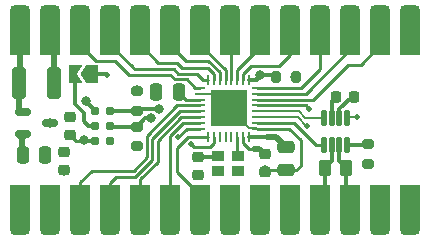
<source format=gbr>
%TF.GenerationSoftware,KiCad,Pcbnew,7.0.7*%
%TF.CreationDate,2024-01-24T12:14:39-08:00*%
%TF.ProjectId,Waffle_Mini_v0,57616666-6c65-45f4-9d69-6e695f76302e,rev?*%
%TF.SameCoordinates,Original*%
%TF.FileFunction,Copper,L1,Top*%
%TF.FilePolarity,Positive*%
%FSLAX46Y46*%
G04 Gerber Fmt 4.6, Leading zero omitted, Abs format (unit mm)*
G04 Created by KiCad (PCBNEW 7.0.7) date 2024-01-24 12:14:39*
%MOMM*%
%LPD*%
G01*
G04 APERTURE LIST*
G04 Aperture macros list*
%AMRoundRect*
0 Rectangle with rounded corners*
0 $1 Rounding radius*
0 $2 $3 $4 $5 $6 $7 $8 $9 X,Y pos of 4 corners*
0 Add a 4 corners polygon primitive as box body*
4,1,4,$2,$3,$4,$5,$6,$7,$8,$9,$2,$3,0*
0 Add four circle primitives for the rounded corners*
1,1,$1+$1,$2,$3*
1,1,$1+$1,$4,$5*
1,1,$1+$1,$6,$7*
1,1,$1+$1,$8,$9*
0 Add four rect primitives between the rounded corners*
20,1,$1+$1,$2,$3,$4,$5,0*
20,1,$1+$1,$4,$5,$6,$7,0*
20,1,$1+$1,$6,$7,$8,$9,0*
20,1,$1+$1,$8,$9,$2,$3,0*%
%AMFreePoly0*
4,1,19,0.850000,-2.000000,0.845017,-2.091901,0.805505,-2.271406,0.728329,-2.438221,0.617096,-2.584545,0.477009,-2.703536,0.314617,-2.789630,0.137515,-2.838803,-0.046018,-2.848753,-0.227399,-2.819017,-0.398147,-2.750985,-0.550278,-2.647838,-0.676679,-2.514398,-0.771439,-2.356906,-0.830127,-2.182725,-0.850000,-2.000000,-0.850000,0.850000,0.850000,0.850000,0.850000,-2.000000,0.850000,-2.000000,
$1*%
%AMFreePoly1*
4,1,6,1.000000,0.000000,0.500000,-0.750000,-0.500000,-0.750000,-0.500000,0.750000,0.500000,0.750000,1.000000,0.000000,1.000000,0.000000,$1*%
%AMFreePoly2*
4,1,6,0.500000,-0.750000,-0.650000,-0.750000,-0.150000,0.000000,-0.650000,0.750000,0.500000,0.750000,0.500000,-0.750000,0.500000,-0.750000,$1*%
G04 Aperture macros list end*
%TA.AperFunction,CastellatedPad*%
%ADD10FreePoly0,0.000000*%
%TD*%
%TA.AperFunction,CastellatedPad*%
%ADD11RoundRect,0.425000X-0.425000X-0.425000X0.425000X-0.425000X0.425000X0.425000X-0.425000X0.425000X0*%
%TD*%
%TA.AperFunction,CastellatedPad*%
%ADD12FreePoly0,180.000000*%
%TD*%
%TA.AperFunction,CastellatedPad*%
%ADD13RoundRect,0.425000X0.425000X0.425000X-0.425000X0.425000X-0.425000X-0.425000X0.425000X-0.425000X0*%
%TD*%
%TA.AperFunction,SMDPad,CuDef*%
%ADD14RoundRect,0.225000X-0.250000X0.225000X-0.250000X-0.225000X0.250000X-0.225000X0.250000X0.225000X0*%
%TD*%
%TA.AperFunction,SMDPad,CuDef*%
%ADD15RoundRect,0.062500X-0.062500X0.375000X-0.062500X-0.375000X0.062500X-0.375000X0.062500X0.375000X0*%
%TD*%
%TA.AperFunction,SMDPad,CuDef*%
%ADD16RoundRect,0.062500X-0.375000X0.062500X-0.375000X-0.062500X0.375000X-0.062500X0.375000X0.062500X0*%
%TD*%
%TA.AperFunction,SMDPad,CuDef*%
%ADD17R,3.150000X3.150000*%
%TD*%
%TA.AperFunction,SMDPad,CuDef*%
%ADD18FreePoly1,180.000000*%
%TD*%
%TA.AperFunction,SMDPad,CuDef*%
%ADD19FreePoly2,180.000000*%
%TD*%
%TA.AperFunction,SMDPad,CuDef*%
%ADD20RoundRect,0.200000X-0.275000X0.200000X-0.275000X-0.200000X0.275000X-0.200000X0.275000X0.200000X0*%
%TD*%
%TA.AperFunction,SMDPad,CuDef*%
%ADD21RoundRect,0.125000X-0.125000X0.537500X-0.125000X-0.537500X0.125000X-0.537500X0.125000X0.537500X0*%
%TD*%
%TA.AperFunction,SMDPad,CuDef*%
%ADD22RoundRect,0.250000X-0.475000X0.250000X-0.475000X-0.250000X0.475000X-0.250000X0.475000X0.250000X0*%
%TD*%
%TA.AperFunction,SMDPad,CuDef*%
%ADD23RoundRect,0.250000X0.262500X0.450000X-0.262500X0.450000X-0.262500X-0.450000X0.262500X-0.450000X0*%
%TD*%
%TA.AperFunction,SMDPad,CuDef*%
%ADD24RoundRect,0.200000X0.200000X0.275000X-0.200000X0.275000X-0.200000X-0.275000X0.200000X-0.275000X0*%
%TD*%
%TA.AperFunction,SMDPad,CuDef*%
%ADD25RoundRect,0.250000X0.250000X0.475000X-0.250000X0.475000X-0.250000X-0.475000X0.250000X-0.475000X0*%
%TD*%
%TA.AperFunction,SMDPad,CuDef*%
%ADD26R,1.100000X0.900000*%
%TD*%
%TA.AperFunction,ConnectorPad*%
%ADD27C,0.787400*%
%TD*%
%TA.AperFunction,SMDPad,CuDef*%
%ADD28RoundRect,0.200000X0.275000X-0.200000X0.275000X0.200000X-0.275000X0.200000X-0.275000X-0.200000X0*%
%TD*%
%TA.AperFunction,SMDPad,CuDef*%
%ADD29RoundRect,0.250000X-0.325000X-1.100000X0.325000X-1.100000X0.325000X1.100000X-0.325000X1.100000X0*%
%TD*%
%TA.AperFunction,SMDPad,CuDef*%
%ADD30RoundRect,0.225000X-0.225000X-0.250000X0.225000X-0.250000X0.225000X0.250000X-0.225000X0.250000X0*%
%TD*%
%TA.AperFunction,SMDPad,CuDef*%
%ADD31RoundRect,0.150000X-0.512500X-0.150000X0.512500X-0.150000X0.512500X0.150000X-0.512500X0.150000X0*%
%TD*%
%TA.AperFunction,SMDPad,CuDef*%
%ADD32RoundRect,0.250000X-0.250000X-0.475000X0.250000X-0.475000X0.250000X0.475000X-0.250000X0.475000X0*%
%TD*%
%TA.AperFunction,ViaPad*%
%ADD33C,0.800000*%
%TD*%
%TA.AperFunction,ViaPad*%
%ADD34C,0.500000*%
%TD*%
%TA.AperFunction,Conductor*%
%ADD35C,0.250000*%
%TD*%
%TA.AperFunction,Conductor*%
%ADD36C,0.350000*%
%TD*%
%TA.AperFunction,Conductor*%
%ADD37C,0.200000*%
%TD*%
%TA.AperFunction,Conductor*%
%ADD38C,0.500000*%
%TD*%
G04 APERTURE END LIST*
D10*
%TO.P,J15,1,Pin_1*%
%TO.N,GND*%
X152400000Y-101600000D03*
D11*
X152400000Y-104140000D03*
%TD*%
D12*
%TO.P,J7,1,Pin_1*%
%TO.N,Net-(J7-Pin_1)*%
X144780000Y-88900000D03*
D13*
X144780000Y-86360000D03*
%TD*%
D10*
%TO.P,J25,1,Pin_1*%
%TO.N,+3.3V*%
X134620000Y-101600000D03*
D11*
X134620000Y-104140000D03*
%TD*%
D14*
%TO.P,C3,1*%
%TO.N,+3.3V*%
X155306250Y-98125000D03*
%TO.P,C3,2*%
%TO.N,GND*%
X155306250Y-99675000D03*
%TD*%
D15*
%TO.P,U1,1,XRSn*%
%TO.N,/XRSn*%
X154000000Y-91812500D03*
%TO.P,U1,2,GPIO226_228_A6/C6*%
%TO.N,Net-(J2-Pin_1)*%
X153500000Y-91812500D03*
%TO.P,U1,3,GPIO242_A3/C5*%
%TO.N,Net-(J3-Pin_1)*%
X153000000Y-91812500D03*
%TO.P,U1,4,GPIO224_A2/C9*%
%TO.N,Net-(J4-Pin_1)*%
X152500000Y-91812500D03*
%TO.P,U1,5,A15/C7_C4/A14*%
%TO.N,Net-(J5-Pin_1)*%
X152000000Y-91812500D03*
%TO.P,U1,6,A11/C0_A5/C2*%
%TO.N,Net-(J6-Pin_1)*%
X151500000Y-91812500D03*
%TO.P,U1,7,A0/C15/CMP1_DACL_A1*%
%TO.N,Net-(J7-Pin_1)*%
X151000000Y-91812500D03*
%TO.P,U1,8,A12/C1_A7/C3*%
%TO.N,Net-(J8-Pin_1)*%
X150500000Y-91812500D03*
D16*
%TO.P,U1,9,A8/C11*%
%TO.N,Net-(J9-Pin_1)*%
X149812500Y-92500000D03*
%TO.P,U1,10,VSSA*%
%TO.N,GND*%
X149812500Y-93000000D03*
%TO.P,U1,11,VDDA*%
%TO.N,+3.3V*%
X149812500Y-93500000D03*
%TO.P,U1,12,A4/C14*%
%TO.N,Net-(J10-Pin_1)*%
X149812500Y-94000000D03*
%TO.P,U1,13,A10/C10_C8/A9_GPIO227_230*%
%TO.N,Net-(J11-Pin_1)*%
X149812500Y-94500000D03*
%TO.P,U1,14,GPIO11*%
%TO.N,Net-(J12-Pin_1)*%
X149812500Y-95000000D03*
%TO.P,U1,15,GPIO24*%
%TO.N,Net-(J13-Pin_1)*%
X149812500Y-95500000D03*
%TO.P,U1,16,TCK*%
%TO.N,/JTAG_TCK*%
X149812500Y-96000000D03*
D15*
%TO.P,U1,17,GPIO37_TDO*%
%TO.N,Net-(J14-Pin_1)*%
X150500000Y-96687500D03*
%TO.P,U1,18,TMS*%
%TO.N,/JTAG_TMS*%
X151000000Y-96687500D03*
%TO.P,U1,19,GPIO35_TDI*%
%TO.N,unconnected-(U1B-GPIO35_TDI-Pad19)*%
X151500000Y-96687500D03*
%TO.P,U1,20,GPIO32*%
%TO.N,unconnected-(U1B-GPIO32-Pad20)*%
X152000000Y-96687500D03*
%TO.P,U1,21,GPIO18_X2*%
%TO.N,/XTAL_2*%
X152500000Y-96687500D03*
%TO.P,U1,22,GPIO19_X1*%
%TO.N,/XTAL_1*%
X153000000Y-96687500D03*
%TO.P,U1,23,VDDIO*%
%TO.N,+3.3V*%
X153500000Y-96687500D03*
%TO.P,U1,24,VDD*%
%TO.N,Net-(U1A-VDD)*%
X154000000Y-96687500D03*
D16*
%TO.P,U1,25,VREGENZ*%
%TO.N,GND*%
X154687500Y-96000000D03*
%TO.P,U1,26,GPIO3*%
%TO.N,/CAN_FAULT*%
X154687500Y-95500000D03*
%TO.P,U1,27,GPIO1*%
%TO.N,/CANTX*%
X154687500Y-95000000D03*
%TO.P,U1,28,GPIO0*%
%TO.N,/CANRX*%
X154687500Y-94500000D03*
%TO.P,U1,29,GPIO7*%
%TO.N,Net-(J20-Pin_1)*%
X154687500Y-94000000D03*
%TO.P,U1,30,GPIO5*%
%TO.N,Net-(J21-Pin_1)*%
X154687500Y-93500000D03*
%TO.P,U1,31,GPIO29*%
%TO.N,Net-(J22-Pin_1)*%
X154687500Y-93000000D03*
%TO.P,U1,32,A16/C16_GPIO28*%
%TO.N,Net-(J23-Pin_1)*%
X154687500Y-92500000D03*
D17*
%TO.P,U1,33,EP_VSS*%
%TO.N,GND*%
X152250000Y-94250000D03*
%TD*%
D12*
%TO.P,J21,1,Pin_1*%
%TO.N,Net-(J21-Pin_1)*%
X165100000Y-88900000D03*
D13*
X165100000Y-86360000D03*
%TD*%
D12*
%TO.P,J9,1,Pin_1*%
%TO.N,Net-(J9-Pin_1)*%
X139700000Y-88900000D03*
D13*
X139700000Y-86360000D03*
%TD*%
D10*
%TO.P,J18,1,Pin_1*%
%TO.N,/CANL*%
X160020000Y-101600000D03*
D11*
X160020000Y-104140000D03*
%TD*%
D18*
%TO.P,JP1,1,A*%
%TO.N,/XRSn*%
X140725000Y-91325000D03*
D19*
%TO.P,JP1,2,B*%
%TO.N,Net-(J1-~{RESET})*%
X139275000Y-91325000D03*
%TD*%
D20*
%TO.P,R6,1*%
%TO.N,Net-(U3-S)*%
X164100000Y-97275000D03*
%TO.P,R6,2*%
%TO.N,GND*%
X164100000Y-98925000D03*
%TD*%
D12*
%TO.P,J23,1,Pin_1*%
%TO.N,Net-(J23-Pin_1)*%
X160020000Y-88900000D03*
D13*
X160020000Y-86360000D03*
%TD*%
D21*
%TO.P,U3,1,TXD*%
%TO.N,/CANTX*%
X162275000Y-95062500D03*
%TO.P,U3,2,GND*%
%TO.N,GND*%
X161625000Y-95062500D03*
%TO.P,U3,3,VCC*%
%TO.N,+3.3V*%
X160975000Y-95062500D03*
%TO.P,U3,4,RXD*%
%TO.N,/CANRX*%
X160325000Y-95062500D03*
%TO.P,U3,5,FAULT*%
%TO.N,/CAN_FAULT*%
X160325000Y-97337500D03*
%TO.P,U3,6,CANL*%
%TO.N,/CANL*%
X160975000Y-97337500D03*
%TO.P,U3,7,CANH*%
%TO.N,/CANH*%
X161625000Y-97337500D03*
%TO.P,U3,8,S*%
%TO.N,Net-(U3-S)*%
X162275000Y-97337500D03*
%TD*%
D10*
%TO.P,J12,1,Pin_1*%
%TO.N,Net-(J12-Pin_1)*%
X144780000Y-101600000D03*
D11*
X144780000Y-104140000D03*
%TD*%
D20*
%TO.P,R2,1*%
%TO.N,+3.3V*%
X144500000Y-92800000D03*
%TO.P,R2,2*%
%TO.N,/JTAG_TMS*%
X144500000Y-94450000D03*
%TD*%
D10*
%TO.P,J27,1,Pin_1*%
%TO.N,GND*%
X137160000Y-101600000D03*
D11*
X137160000Y-104140000D03*
%TD*%
D22*
%TO.P,C5,1*%
%TO.N,Net-(U1A-VDD)*%
X157106250Y-97550000D03*
%TO.P,C5,2*%
%TO.N,GND*%
X157106250Y-99450000D03*
%TD*%
D14*
%TO.P,C9,1*%
%TO.N,+3.3V*%
X138300000Y-97950000D03*
%TO.P,C9,2*%
%TO.N,GND*%
X138300000Y-99500000D03*
%TD*%
D12*
%TO.P,J4,1,Pin_1*%
%TO.N,Net-(J4-Pin_1)*%
X152400000Y-88900000D03*
D13*
X152400000Y-86360000D03*
%TD*%
D12*
%TO.P,J29,1,Pin_1*%
%TO.N,GND*%
X167640000Y-88900000D03*
D13*
X167640000Y-86360000D03*
%TD*%
D23*
%TO.P,R5,1*%
%TO.N,/CANH*%
X162212500Y-99300000D03*
%TO.P,R5,2*%
%TO.N,/CANL*%
X160387500Y-99300000D03*
%TD*%
D12*
%TO.P,J6,1,Pin_1*%
%TO.N,Net-(J6-Pin_1)*%
X147320000Y-88900000D03*
D13*
X147320000Y-86360000D03*
%TD*%
D12*
%TO.P,J22,1,Pin_1*%
%TO.N,Net-(J22-Pin_1)*%
X162560000Y-88900000D03*
D13*
X162560000Y-86360000D03*
%TD*%
D12*
%TO.P,J26,1,Pin_1*%
%TO.N,GND*%
X137160000Y-88900000D03*
D13*
X137160000Y-86360000D03*
%TD*%
D24*
%TO.P,R4,1*%
%TO.N,+3.3V*%
X157925000Y-91550000D03*
%TO.P,R4,2*%
%TO.N,/XRSn*%
X156275000Y-91550000D03*
%TD*%
D25*
%TO.P,C6,1*%
%TO.N,+3.3V*%
X148050000Y-92900000D03*
%TO.P,C6,2*%
%TO.N,GND*%
X146150000Y-92900000D03*
%TD*%
D12*
%TO.P,J8,1,Pin_1*%
%TO.N,Net-(J8-Pin_1)*%
X142240000Y-88900000D03*
D13*
X142240000Y-86360000D03*
%TD*%
D12*
%TO.P,J2,1,Pin_1*%
%TO.N,Net-(J2-Pin_1)*%
X157480000Y-88900000D03*
D13*
X157480000Y-86360000D03*
%TD*%
D10*
%TO.P,J13,1,Pin_1*%
%TO.N,Net-(J13-Pin_1)*%
X147320000Y-101600000D03*
D11*
X147320000Y-104140000D03*
%TD*%
D12*
%TO.P,J24,1,Pin_1*%
%TO.N,+VSW*%
X134620000Y-88900000D03*
D13*
X134620000Y-86360000D03*
%TD*%
D26*
%TO.P,X2,1,~{ST}*%
%TO.N,unconnected-(X2-~{ST}-Pad1)*%
X151350000Y-99550000D03*
%TO.P,X2,2,GND*%
%TO.N,GND*%
X153050000Y-99550000D03*
%TO.P,X2,3,OUT*%
%TO.N,/XTAL_1*%
X153050000Y-98250000D03*
%TO.P,X2,4,Vcc*%
%TO.N,+3.3V*%
X151350000Y-98250000D03*
%TD*%
D27*
%TO.P,J1,1,VCC*%
%TO.N,+3.3V*%
X140970000Y-94430000D03*
%TO.P,J1,2,SWDIO*%
%TO.N,/JTAG_TMS*%
X142240000Y-94430000D03*
%TO.P,J1,3,~{RESET}*%
%TO.N,Net-(J1-~{RESET})*%
X140970000Y-95700000D03*
%TO.P,J1,4,SWCLK*%
%TO.N,/JTAG_TCK*%
X142240000Y-95700000D03*
%TO.P,J1,5,GND*%
%TO.N,GND*%
X140970000Y-96970000D03*
%TO.P,J1,6,SWO*%
%TO.N,unconnected-(J1-SWO-Pad6)*%
X142240000Y-96970000D03*
%TD*%
D10*
%TO.P,J11,1,Pin_1*%
%TO.N,Net-(J11-Pin_1)*%
X142240000Y-101600000D03*
D11*
X142240000Y-104140000D03*
%TD*%
D10*
%TO.P,J28,1,Pin_1*%
%TO.N,GND*%
X167640000Y-101600000D03*
D11*
X167640000Y-104140000D03*
%TD*%
D28*
%TO.P,R3,1*%
%TO.N,+3.3V*%
X144500000Y-97450000D03*
%TO.P,R3,2*%
%TO.N,/JTAG_TCK*%
X144500000Y-95800000D03*
%TD*%
D10*
%TO.P,J14,1,Pin_1*%
%TO.N,Net-(J14-Pin_1)*%
X149860000Y-101600000D03*
D11*
X149860000Y-104140000D03*
%TD*%
D29*
%TO.P,C10,1*%
%TO.N,+VSW*%
X134525000Y-92100000D03*
%TO.P,C10,2*%
%TO.N,GND*%
X137475000Y-92100000D03*
%TD*%
D14*
%TO.P,C4,1*%
%TO.N,+3.3V*%
X149700000Y-98325000D03*
%TO.P,C4,2*%
%TO.N,GND*%
X149700000Y-99875000D03*
%TD*%
D30*
%TO.P,C7,1*%
%TO.N,+3.3V*%
X161325000Y-93300000D03*
%TO.P,C7,2*%
%TO.N,GND*%
X162875000Y-93300000D03*
%TD*%
D31*
%TO.P,U2,1,VIN*%
%TO.N,+VSW*%
X134825000Y-94550000D03*
%TO.P,U2,2,VOUT*%
%TO.N,+3.3V*%
X134825000Y-96450000D03*
%TO.P,U2,3,GND*%
%TO.N,GND*%
X137100000Y-95500000D03*
%TD*%
D12*
%TO.P,J5,1,Pin_1*%
%TO.N,Net-(J5-Pin_1)*%
X149860000Y-88900000D03*
D13*
X149860000Y-86360000D03*
%TD*%
D32*
%TO.P,C2,1*%
%TO.N,+3.3V*%
X134850000Y-98200000D03*
%TO.P,C2,2*%
%TO.N,GND*%
X136750000Y-98200000D03*
%TD*%
D12*
%TO.P,J3,1,Pin_1*%
%TO.N,Net-(J3-Pin_1)*%
X154940000Y-88900000D03*
D13*
X154940000Y-86360000D03*
%TD*%
D10*
%TO.P,J16,1,Pin_1*%
%TO.N,GND*%
X154940000Y-101600000D03*
D11*
X154940000Y-104140000D03*
%TD*%
D10*
%TO.P,J20,1,Pin_1*%
%TO.N,Net-(J20-Pin_1)*%
X165100000Y-101600000D03*
D11*
X165100000Y-104140000D03*
%TD*%
D10*
%TO.P,J17,1,Pin_1*%
%TO.N,GND*%
X157480000Y-101600000D03*
D11*
X157480000Y-104140000D03*
%TD*%
D10*
%TO.P,J19,1,Pin_1*%
%TO.N,/CANH*%
X162560000Y-101600000D03*
D11*
X162560000Y-104140000D03*
%TD*%
D14*
%TO.P,C11,1*%
%TO.N,/XRSn*%
X138800000Y-94950000D03*
%TO.P,C11,2*%
%TO.N,GND*%
X138800000Y-96500000D03*
%TD*%
D10*
%TO.P,J10,1,Pin_1*%
%TO.N,Net-(J10-Pin_1)*%
X139700000Y-101600000D03*
D11*
X139700000Y-104140000D03*
%TD*%
D33*
%TO.N,GND*%
X136800000Y-98200000D03*
X140000000Y-96950000D03*
D34*
X149700000Y-99875000D03*
D33*
X138300000Y-99525000D03*
X152300000Y-94260000D03*
X137500000Y-92100000D03*
X137100000Y-95500000D03*
X146200000Y-92600000D03*
X157056250Y-99500000D03*
X155306250Y-99500000D03*
X153200000Y-95160000D03*
D34*
X162900000Y-93300000D03*
D33*
X151300000Y-93360000D03*
X153200000Y-93360000D03*
X151300000Y-95160000D03*
D34*
X164100000Y-98925000D03*
X153050000Y-99550000D03*
D33*
%TO.N,+3.3V*%
X134800000Y-98200000D03*
X138300000Y-97925000D03*
X134800000Y-96600000D03*
D34*
X149700000Y-98325000D03*
D33*
X144500000Y-97425000D03*
D34*
X161300000Y-93300000D03*
D33*
X140195000Y-93655000D03*
X155306250Y-98100000D03*
X148100000Y-92600000D03*
X157900000Y-91550000D03*
X144500000Y-92725000D03*
%TO.N,/JTAG_TMS*%
X146400000Y-94300000D03*
D34*
X149100000Y-97262000D03*
%TO.N,/JTAG_TCK*%
X148006233Y-96706233D03*
D33*
X145700000Y-95100000D03*
%TO.N,/XRSn*%
X154950000Y-91450000D03*
D34*
X138775000Y-94950000D03*
X141975000Y-91450000D03*
%TO.N,Net-(J20-Pin_1)*%
X159100000Y-94300000D03*
%TO.N,/CANTX*%
X158900000Y-95700000D03*
X163100000Y-95000000D03*
%TD*%
D35*
%TO.N,/XTAL_1*%
X153000000Y-98200000D02*
X153050000Y-98250000D01*
X153000000Y-96687500D02*
X153000000Y-98200000D01*
%TO.N,GND*%
X139300000Y-97000000D02*
X138800000Y-96500000D01*
D36*
X140970000Y-96970000D02*
X140020000Y-96970000D01*
D35*
X155175000Y-99500000D02*
X155200000Y-99500000D01*
X155200000Y-99500000D02*
X155200000Y-99475000D01*
D37*
X149812500Y-93000000D02*
X150940000Y-93000000D01*
D36*
X161625000Y-95062500D02*
X161625000Y-94342893D01*
D35*
X154687500Y-96000000D02*
X157350000Y-96000000D01*
D36*
X162900000Y-93300000D02*
X162875000Y-93300000D01*
D38*
X137475000Y-89215000D02*
X137160000Y-88900000D01*
D37*
X152300000Y-94940000D02*
X152300000Y-94900000D01*
D35*
X158350000Y-96950000D02*
X158350000Y-99100000D01*
X158350000Y-99100000D02*
X157950000Y-99500000D01*
D38*
X137500000Y-92100000D02*
X137475000Y-89215000D01*
D36*
X161625000Y-94342893D02*
X162667893Y-93300000D01*
D37*
X153950000Y-95950000D02*
X153260000Y-95260000D01*
D35*
X155306250Y-99475000D02*
X157081250Y-99475000D01*
X154950000Y-99725000D02*
X155175000Y-99500000D01*
X156975000Y-99475000D02*
X157000000Y-99450000D01*
D37*
X153200000Y-95200000D02*
X152300000Y-94300000D01*
D35*
X157400000Y-96000000D02*
X158350000Y-96950000D01*
D37*
X152260000Y-94900000D02*
X152250000Y-94890000D01*
D38*
X137475000Y-92100000D02*
X137500000Y-92100000D01*
D35*
X152300000Y-101600000D02*
X152400000Y-101600000D01*
D37*
X152300000Y-94900000D02*
X152260000Y-94900000D01*
X150940000Y-93000000D02*
X151300000Y-93360000D01*
D35*
X139300000Y-97000000D02*
X139950000Y-97000000D01*
X157950000Y-99500000D02*
X157050000Y-99500000D01*
D36*
X152750000Y-101250000D02*
X152400000Y-101600000D01*
D35*
X157480000Y-101520000D02*
X157480000Y-101600000D01*
X155200000Y-99475000D02*
X155200000Y-99475000D01*
D37*
X154637500Y-95950000D02*
X153950000Y-95950000D01*
D36*
X162667893Y-93300000D02*
X162900000Y-93300000D01*
D35*
%TO.N,+3.3V*%
X153500000Y-97173008D02*
X154013496Y-97686504D01*
D36*
X161300000Y-93300000D02*
X161325000Y-93300000D01*
D38*
X154400000Y-97686504D02*
X154867754Y-97686504D01*
D36*
X151275000Y-98325000D02*
X151350000Y-98250000D01*
D38*
X155200000Y-98100000D02*
X155175000Y-98100000D01*
D36*
X161300000Y-93325000D02*
X161300000Y-93300000D01*
X140195000Y-93655000D02*
X140970000Y-94430000D01*
D35*
X153500000Y-96687500D02*
X153500000Y-97173008D01*
D38*
X134800000Y-98250000D02*
X134800000Y-98300000D01*
X155200000Y-98125000D02*
X155200000Y-98125000D01*
D35*
X149812500Y-93500000D02*
X148650000Y-93500000D01*
X148650000Y-93500000D02*
X148050000Y-92900000D01*
X148100000Y-92600000D02*
X148050000Y-92900000D01*
D36*
X160975000Y-95062500D02*
X160975000Y-93650000D01*
D35*
X154400000Y-97686504D02*
X154013496Y-97686504D01*
D36*
X161325000Y-93300000D02*
X161325000Y-93300000D01*
X149700000Y-98325000D02*
X151275000Y-98325000D01*
D38*
X155200000Y-98125000D02*
X155200000Y-98100000D01*
X134850000Y-98300000D02*
X134850000Y-98300000D01*
D36*
X160975000Y-93650000D02*
X161300000Y-93325000D01*
D38*
X154867754Y-97686504D02*
X155306250Y-98125000D01*
X134800000Y-96600000D02*
X134800000Y-98250000D01*
X134800000Y-98250000D02*
X134800000Y-98250000D01*
X134800000Y-98300000D02*
X134850000Y-98300000D01*
D35*
%TO.N,Net-(U1A-VDD)*%
X156922500Y-97327500D02*
X157000000Y-97250000D01*
D36*
X154000000Y-96687500D02*
X155500000Y-96687500D01*
D38*
X157106250Y-97550000D02*
X156243750Y-96687500D01*
X156243750Y-96687500D02*
X155500000Y-96687500D01*
%TO.N,+VSW*%
X134620000Y-88900000D02*
X134620000Y-92005000D01*
X134620000Y-92005000D02*
X134525000Y-92100000D01*
X134525000Y-92100000D02*
X134525000Y-94350000D01*
D36*
%TO.N,/JTAG_TMS*%
X144650000Y-94300000D02*
X144500000Y-94450000D01*
D35*
X150673008Y-97500000D02*
X151000000Y-97173008D01*
D36*
X146400000Y-94300000D02*
X144650000Y-94300000D01*
D35*
X149100000Y-97262000D02*
X149338000Y-97500000D01*
X149338000Y-97500000D02*
X150673008Y-97500000D01*
D36*
X144500000Y-94450000D02*
X142260000Y-94450000D01*
X142260000Y-94450000D02*
X142240000Y-94430000D01*
D35*
X151000000Y-97173008D02*
X151000000Y-96687500D01*
D36*
%TO.N,/JTAG_TCK*%
X142340000Y-95800000D02*
X142240000Y-95700000D01*
D35*
X145550000Y-95250000D02*
X145700000Y-95100000D01*
D36*
X144500000Y-95800000D02*
X142340000Y-95800000D01*
X145200000Y-95100000D02*
X144500000Y-95800000D01*
X145700000Y-95100000D02*
X145200000Y-95100000D01*
D35*
X148712466Y-96000000D02*
X149812500Y-96000000D01*
X148006233Y-96706233D02*
X148712466Y-96000000D01*
D36*
%TO.N,/XRSn*%
X154000000Y-91812500D02*
X154587500Y-91812500D01*
X140725000Y-91325000D02*
X141850000Y-91325000D01*
X154587500Y-91812500D02*
X154950000Y-91450000D01*
X156175000Y-91450000D02*
X156275000Y-91550000D01*
X141850000Y-91325000D02*
X141975000Y-91450000D01*
D35*
X154587500Y-91812500D02*
X155000000Y-91400000D01*
D36*
X154950000Y-91450000D02*
X156175000Y-91450000D01*
D35*
%TO.N,Net-(J2-Pin_1)*%
X155000000Y-90650000D02*
X154452195Y-90650000D01*
X157480000Y-89720000D02*
X157480000Y-88900000D01*
X153500000Y-91812500D02*
X153500000Y-91326992D01*
X153500000Y-91326992D02*
X154176992Y-90650000D01*
X156550000Y-90650000D02*
X157480000Y-89720000D01*
X154176992Y-90650000D02*
X155000000Y-90650000D01*
X156550000Y-90650000D02*
X155000000Y-90650000D01*
%TO.N,Net-(J3-Pin_1)*%
X153000000Y-91000000D02*
X154940000Y-89060000D01*
X153000000Y-91812500D02*
X153000000Y-91000000D01*
X154940000Y-89460000D02*
X154940000Y-88900000D01*
X154940000Y-89060000D02*
X154940000Y-88900000D01*
%TO.N,Net-(J4-Pin_1)*%
X152500000Y-91812500D02*
X152500000Y-89000000D01*
X152500000Y-89000000D02*
X152400000Y-88900000D01*
%TO.N,Net-(J5-Pin_1)*%
X152000000Y-91040000D02*
X149860000Y-88900000D01*
X152000000Y-91812500D02*
X152000000Y-91040000D01*
X149860000Y-89060000D02*
X149860000Y-88900000D01*
%TO.N,Net-(J6-Pin_1)*%
X151500000Y-91812500D02*
X151500000Y-91176396D01*
X148620000Y-90200000D02*
X147320000Y-88900000D01*
X151500000Y-91176396D02*
X150523604Y-90200000D01*
X150523604Y-90200000D02*
X148620000Y-90200000D01*
%TO.N,Net-(J7-Pin_1)*%
X147900000Y-90400000D02*
X148300000Y-90800000D01*
X150487208Y-90800000D02*
X151000000Y-91312792D01*
X144780000Y-88900000D02*
X144800000Y-88900000D01*
X144800000Y-88900000D02*
X146300000Y-90400000D01*
X146300000Y-90400000D02*
X147900000Y-90400000D01*
X151000000Y-91312792D02*
X151000000Y-91812500D01*
X148300000Y-90800000D02*
X150487208Y-90800000D01*
%TO.N,Net-(J8-Pin_1)*%
X150112500Y-91812500D02*
X149600000Y-91300000D01*
X148000000Y-91300000D02*
X147600000Y-90900000D01*
X144120000Y-90780000D02*
X142240000Y-88900000D01*
X147600000Y-90900000D02*
X144240000Y-90900000D01*
X149600000Y-91300000D02*
X148000000Y-91300000D01*
X144240000Y-90900000D02*
X144120000Y-90780000D01*
X150500000Y-91812500D02*
X150112500Y-91812500D01*
%TO.N,Net-(J9-Pin_1)*%
X143800000Y-91400000D02*
X147300000Y-91400000D01*
X149400000Y-92500000D02*
X149812500Y-92500000D01*
X142600000Y-90200000D02*
X143800000Y-91400000D01*
X148700000Y-91800000D02*
X149400000Y-92500000D01*
X141000000Y-90200000D02*
X142600000Y-90200000D01*
X147300000Y-91400000D02*
X147700000Y-91800000D01*
X147700000Y-91800000D02*
X148700000Y-91800000D01*
X139700000Y-88900000D02*
X141000000Y-90200000D01*
%TO.N,Net-(J10-Pin_1)*%
X147900000Y-94000000D02*
X145350000Y-96550000D01*
X144216104Y-99541104D02*
X140658896Y-99541104D01*
X140658896Y-99541104D02*
X139700000Y-100500000D01*
X145350000Y-96550000D02*
X145350000Y-98407208D01*
X139700000Y-100500000D02*
X139700000Y-101600000D01*
X149812500Y-94000000D02*
X147900000Y-94000000D01*
X145350000Y-98407208D02*
X144216104Y-99541104D01*
%TO.N,Net-(J11-Pin_1)*%
X142728198Y-100071802D02*
X142240000Y-100560000D01*
X149812500Y-94500000D02*
X148100000Y-94500000D01*
X142240000Y-100560000D02*
X142240000Y-101600000D01*
X145800000Y-98593604D02*
X144321802Y-100071802D01*
X144321802Y-100071802D02*
X142728198Y-100071802D01*
X148100000Y-94500000D02*
X145800000Y-96800000D01*
X145800000Y-96800000D02*
X145800000Y-98593604D01*
%TO.N,Net-(J12-Pin_1)*%
X149812500Y-95000000D02*
X148263604Y-95000000D01*
X146250000Y-97013604D02*
X146250000Y-98780000D01*
X148263604Y-95000000D02*
X146250000Y-97013604D01*
X146250000Y-98780000D02*
X144780000Y-100250000D01*
X144780000Y-100250000D02*
X144780000Y-101600000D01*
%TO.N,Net-(J13-Pin_1)*%
X147320000Y-101600000D02*
X147320000Y-96580000D01*
X148400000Y-95500000D02*
X149812500Y-95500000D01*
X147320000Y-96580000D02*
X148400000Y-95500000D01*
%TO.N,Net-(J14-Pin_1)*%
X150500000Y-96687500D02*
X148838139Y-96687500D01*
X147900000Y-97625639D02*
X147900000Y-99640000D01*
X148838139Y-96687500D02*
X147900000Y-97625639D01*
X147900000Y-99640000D02*
X149860000Y-101600000D01*
%TO.N,Net-(J20-Pin_1)*%
X159100000Y-94300000D02*
X158800000Y-94000000D01*
X158800000Y-94000000D02*
X154687500Y-94000000D01*
%TO.N,Net-(J21-Pin_1)*%
X162350000Y-90550000D02*
X163450000Y-90550000D01*
X159400000Y-93500000D02*
X162350000Y-90550000D01*
X163450000Y-90550000D02*
X165100000Y-88900000D01*
X154687500Y-93500000D02*
X159400000Y-93500000D01*
%TO.N,Net-(J22-Pin_1)*%
X158800000Y-93000000D02*
X162560000Y-89240000D01*
X154687500Y-93000000D02*
X158800000Y-93000000D01*
X162560000Y-89240000D02*
X162560000Y-88900000D01*
%TO.N,Net-(J23-Pin_1)*%
X160020000Y-90880000D02*
X160020000Y-88900000D01*
X154687500Y-92500000D02*
X158400000Y-92500000D01*
X158400000Y-92500000D02*
X160020000Y-90880000D01*
D36*
%TO.N,Net-(J1-~{RESET})*%
X140362500Y-95700000D02*
X139987500Y-95325000D01*
D35*
X139275000Y-92350000D02*
X139275000Y-93900000D01*
D36*
X139275000Y-93900000D02*
X139275000Y-91325000D01*
X140970000Y-95700000D02*
X140362500Y-95700000D01*
X139987500Y-95325000D02*
X139987500Y-94612500D01*
D35*
X139275000Y-91325000D02*
X139275000Y-92350000D01*
D36*
X139987500Y-94612500D02*
X139275000Y-93900000D01*
%TO.N,/CANH*%
X161625000Y-98712500D02*
X162212500Y-99300000D01*
X162212500Y-101252500D02*
X162560000Y-101600000D01*
X162212500Y-99300000D02*
X162212500Y-101252500D01*
X161625000Y-97337500D02*
X161625000Y-98712500D01*
%TO.N,/CANL*%
X160975000Y-98712500D02*
X160387500Y-99300000D01*
X160387500Y-99300000D02*
X160387500Y-101232500D01*
X160975000Y-97337500D02*
X160975000Y-98712500D01*
X160387500Y-101232500D02*
X160020000Y-101600000D01*
D37*
%TO.N,/CANTX*%
X163100000Y-95000000D02*
X162337500Y-95000000D01*
X158834314Y-95700000D02*
X158900000Y-95700000D01*
X154687500Y-95000000D02*
X158134314Y-95000000D01*
X162337500Y-95000000D02*
X162275000Y-95062500D01*
X158134314Y-95000000D02*
X158834314Y-95700000D01*
%TO.N,/CANRX*%
X154687500Y-94500000D02*
X158200000Y-94500000D01*
X158762500Y-95062500D02*
X160325000Y-95062500D01*
X158200000Y-94500000D02*
X158762500Y-95062500D01*
D36*
%TO.N,Net-(U3-S)*%
X162275000Y-97337500D02*
X164037500Y-97337500D01*
X164037500Y-97337500D02*
X164100000Y-97275000D01*
D35*
%TO.N,/CAN_FAULT*%
X159637500Y-97337500D02*
X160325000Y-97337500D01*
X154687500Y-95500000D02*
X157800000Y-95500000D01*
X157800000Y-95500000D02*
X159637500Y-97337500D01*
%TD*%
M02*

</source>
